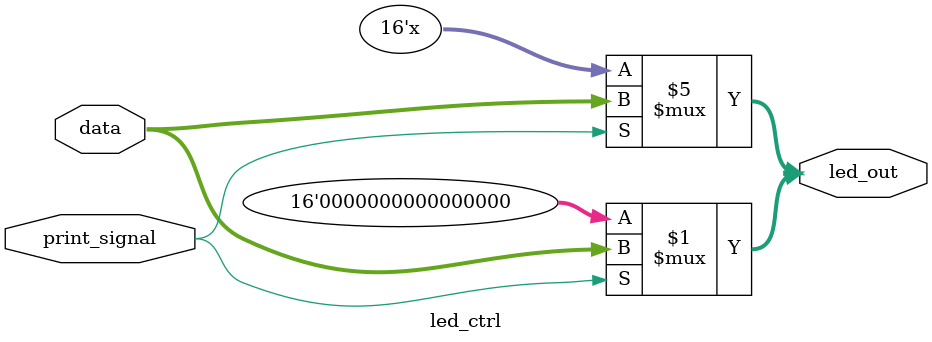
<source format=v>
`timescale 1ns / 1ps


module led_ctrl(
    input print_signal,
    input [15:0] data,
    output wire [15:0] led_out
    );
    
    assign led_out = (print_signal) ? data : 16'b0; 
    
    always @ (*) 
        if (print_signal == 1) 
            led_out = data; 
endmodule

</source>
